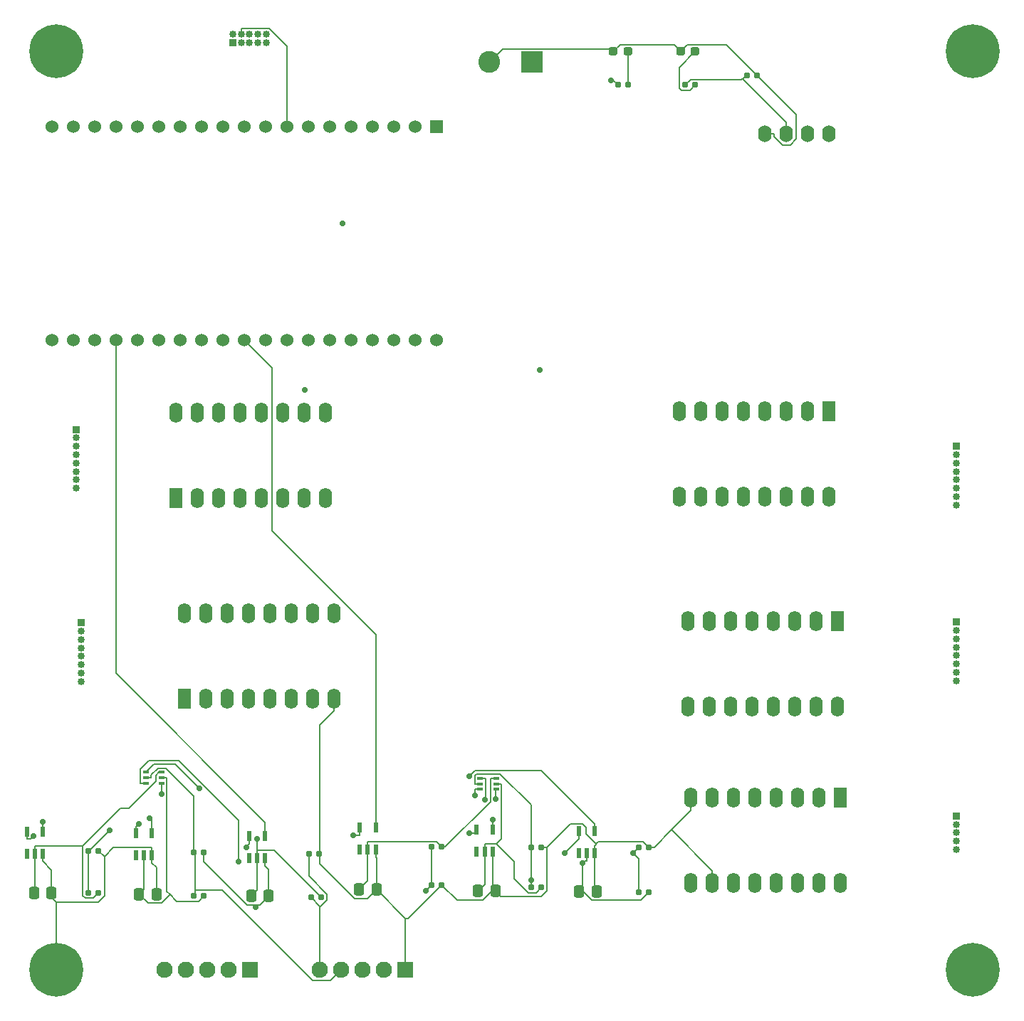
<source format=gbr>
%TF.GenerationSoftware,KiCad,Pcbnew,7.0.10*%
%TF.CreationDate,2024-02-03T22:52:17+05:30*%
%TF.ProjectId,ControlUnit,436f6e74-726f-46c5-956e-69742e6b6963,rev?*%
%TF.SameCoordinates,Original*%
%TF.FileFunction,Copper,L1,Top*%
%TF.FilePolarity,Positive*%
%FSLAX46Y46*%
G04 Gerber Fmt 4.6, Leading zero omitted, Abs format (unit mm)*
G04 Created by KiCad (PCBNEW 7.0.10) date 2024-02-03 22:52:17*
%MOMM*%
%LPD*%
G01*
G04 APERTURE LIST*
G04 Aperture macros list*
%AMRoundRect*
0 Rectangle with rounded corners*
0 $1 Rounding radius*
0 $2 $3 $4 $5 $6 $7 $8 $9 X,Y pos of 4 corners*
0 Add a 4 corners polygon primitive as box body*
4,1,4,$2,$3,$4,$5,$6,$7,$8,$9,$2,$3,0*
0 Add four circle primitives for the rounded corners*
1,1,$1+$1,$2,$3*
1,1,$1+$1,$4,$5*
1,1,$1+$1,$6,$7*
1,1,$1+$1,$8,$9*
0 Add four rect primitives between the rounded corners*
20,1,$1+$1,$2,$3,$4,$5,0*
20,1,$1+$1,$4,$5,$6,$7,0*
20,1,$1+$1,$6,$7,$8,$9,0*
20,1,$1+$1,$8,$9,$2,$3,0*%
G04 Aperture macros list end*
%TA.AperFunction,ComponentPad*%
%ADD10R,1.600000X2.400000*%
%TD*%
%TA.AperFunction,ComponentPad*%
%ADD11O,1.600000X2.400000*%
%TD*%
%TA.AperFunction,ComponentPad*%
%ADD12C,1.930400*%
%TD*%
%TA.AperFunction,ComponentPad*%
%ADD13R,1.930400X1.930400*%
%TD*%
%TA.AperFunction,SMDPad,CuDef*%
%ADD14RoundRect,0.160000X-0.197500X-0.160000X0.197500X-0.160000X0.197500X0.160000X-0.197500X0.160000X0*%
%TD*%
%TA.AperFunction,SMDPad,CuDef*%
%ADD15RoundRect,0.250000X-0.337500X-0.475000X0.337500X-0.475000X0.337500X0.475000X-0.337500X0.475000X0*%
%TD*%
%TA.AperFunction,ComponentPad*%
%ADD16R,1.530000X1.530000*%
%TD*%
%TA.AperFunction,ComponentPad*%
%ADD17C,1.530000*%
%TD*%
%TA.AperFunction,ComponentPad*%
%ADD18R,0.850000X0.850000*%
%TD*%
%TA.AperFunction,ComponentPad*%
%ADD19O,0.850000X0.850000*%
%TD*%
%TA.AperFunction,SMDPad,CuDef*%
%ADD20RoundRect,0.237500X-0.287500X-0.237500X0.287500X-0.237500X0.287500X0.237500X-0.287500X0.237500X0*%
%TD*%
%TA.AperFunction,SMDPad,CuDef*%
%ADD21R,0.550000X1.200000*%
%TD*%
%TA.AperFunction,SMDPad,CuDef*%
%ADD22R,0.650000X0.400000*%
%TD*%
%TA.AperFunction,ComponentPad*%
%ADD23C,0.800000*%
%TD*%
%TA.AperFunction,ComponentPad*%
%ADD24C,6.400000*%
%TD*%
%TA.AperFunction,ComponentPad*%
%ADD25O,1.600000X2.000000*%
%TD*%
%TA.AperFunction,SMDPad,CuDef*%
%ADD26RoundRect,0.155000X-0.212500X-0.155000X0.212500X-0.155000X0.212500X0.155000X-0.212500X0.155000X0*%
%TD*%
%TA.AperFunction,ComponentPad*%
%ADD27R,2.600000X2.600000*%
%TD*%
%TA.AperFunction,ComponentPad*%
%ADD28C,2.600000*%
%TD*%
%TA.AperFunction,ViaPad*%
%ADD29C,0.700000*%
%TD*%
%TA.AperFunction,Conductor*%
%ADD30C,0.200000*%
%TD*%
G04 APERTURE END LIST*
D10*
%TO.P,U6,1,QB*%
%TO.N,Net-(J3-Pin_2)*%
X179240000Y-133840000D03*
D11*
%TO.P,U6,2,QC*%
%TO.N,Net-(J3-Pin_3)*%
X176700000Y-133840000D03*
%TO.P,U6,3,QD*%
%TO.N,Net-(J3-Pin_4)*%
X174160000Y-133840000D03*
%TO.P,U6,4,QE*%
%TO.N,Net-(J3-Pin_5)*%
X171620000Y-133840000D03*
%TO.P,U6,5,QF*%
%TO.N,unconnected-(U6-QF-Pad5)*%
X169080000Y-133840000D03*
%TO.P,U6,6,QG*%
%TO.N,unconnected-(U6-QG-Pad6)*%
X166540000Y-133840000D03*
%TO.P,U6,7,QH*%
%TO.N,unconnected-(U6-QH-Pad7)*%
X164000000Y-133840000D03*
%TO.P,U6,8,GND*%
%TO.N,GND*%
X161460000Y-133840000D03*
%TO.P,U6,9,QH'*%
%TO.N,unconnected-(U6-QH'-Pad9)*%
X161460000Y-144000000D03*
%TO.P,U6,10,~{SRCLR}*%
%TO.N,GND*%
X164000000Y-144000000D03*
%TO.P,U6,11,SRCLK*%
%TO.N,/CLATCH_PIN*%
X166540000Y-144000000D03*
%TO.P,U6,12,RCLK*%
%TO.N,/CCLOCK_PIN*%
X169080000Y-144000000D03*
%TO.P,U6,13,~{OE}*%
%TO.N,GND*%
X171620000Y-144000000D03*
%TO.P,U6,14,SER*%
%TO.N,/CD_PIN*%
X174160000Y-144000000D03*
%TO.P,U6,15,QA*%
%TO.N,Net-(J3-Pin_1)*%
X176700000Y-144000000D03*
%TO.P,U6,16,VCC*%
%TO.N,+5V*%
X179240000Y-144000000D03*
%TD*%
D12*
%TO.P,U5,CLK,CLK*%
%TO.N,Net-(D3C-A)*%
X98920000Y-154302900D03*
%TO.P,U5,DT,DT*%
%TO.N,Net-(D3B-A)*%
X101460000Y-154302900D03*
D13*
%TO.P,U5,GND,GND*%
%TO.N,GND*%
X109080000Y-154302900D03*
D12*
%TO.P,U5,SW,SW*%
%TO.N,Net-(D3A-A)*%
X104000000Y-154302900D03*
%TO.P,U5,VCC,VCC*%
%TO.N,+5V*%
X106540000Y-154302900D03*
%TD*%
D14*
%TO.P,R6,1*%
%TO.N,+3.3V*%
X160805000Y-49000000D03*
%TO.P,R6,2*%
%TO.N,Net-(D1-A)*%
X162000000Y-49000000D03*
%TD*%
D15*
%TO.P,C18,1*%
%TO.N,Net-(D2B-K)*%
X95875000Y-145310000D03*
%TO.P,C18,2*%
%TO.N,GND*%
X97950000Y-145310000D03*
%TD*%
D16*
%TO.P,U1,1,3V3*%
%TO.N,+3.3V*%
X131200000Y-54000000D03*
D17*
%TO.P,U1,2,EN*%
%TO.N,unconnected-(U1-EN-Pad2)*%
X128660000Y-54000000D03*
%TO.P,U1,3,SENSOR_VP*%
%TO.N,unconnected-(U1-SENSOR_VP-Pad3)*%
X126120000Y-54000000D03*
%TO.P,U1,4,SENSOR_VN*%
%TO.N,unconnected-(U1-SENSOR_VN-Pad4)*%
X123580000Y-54000000D03*
%TO.P,U1,5,IO34*%
%TO.N,/GPIO34*%
X121040000Y-54000000D03*
%TO.P,U1,6,IO35*%
%TO.N,/GPIO35*%
X118500000Y-54000000D03*
%TO.P,U1,7,IO32*%
%TO.N,/CD_PIN*%
X115960000Y-54000000D03*
%TO.P,U1,8,IO33*%
%TO.N,/GPIO33*%
X113420000Y-54000000D03*
%TO.P,U1,9,IO25*%
%TO.N,/DATA_A*%
X110880000Y-54000000D03*
%TO.P,U1,10,IO26*%
%TO.N,/LATCH_PIN*%
X108340000Y-54000000D03*
%TO.P,U1,11,IO27*%
%TO.N,/CLOCK_PIN*%
X105800000Y-54000000D03*
%TO.P,U1,12,IO14*%
%TO.N,/CLATCH_PIN*%
X103260000Y-54000000D03*
%TO.P,U1,13,IO12*%
%TO.N,/DATA_B*%
X100720000Y-54000000D03*
%TO.P,U1,14,GND1*%
%TO.N,unconnected-(U1-GND1-Pad14)*%
X98180000Y-54000000D03*
%TO.P,U1,15,IO13*%
%TO.N,/LED_BUILT_IN*%
X95640000Y-54000000D03*
%TO.P,U1,16,SD2*%
%TO.N,unconnected-(U1-SD2-Pad16)*%
X93100000Y-54000000D03*
%TO.P,U1,17,SD3*%
%TO.N,unconnected-(U1-SD3-Pad17)*%
X90560000Y-54000000D03*
%TO.P,U1,18,CMD*%
%TO.N,unconnected-(U1-CMD-Pad18)*%
X88020000Y-54000000D03*
%TO.P,U1,19,EXT_5V*%
%TO.N,+5V*%
X85480000Y-54000000D03*
%TO.P,U1,20,CLK*%
%TO.N,unconnected-(U1-CLK-Pad20)*%
X85480000Y-79400000D03*
%TO.P,U1,21,SD0*%
%TO.N,unconnected-(U1-SD0-Pad21)*%
X88020000Y-79400000D03*
%TO.P,U1,22,SD1*%
%TO.N,unconnected-(U1-SD1-Pad22)*%
X90560000Y-79400000D03*
%TO.P,U1,23,IO15*%
%TO.N,/OUTPUTA*%
X93100000Y-79400000D03*
%TO.P,U1,24,IO2*%
%TO.N,/OUTPUTB*%
X95640000Y-79400000D03*
%TO.P,U1,25,IO0*%
%TO.N,/SELECT_SW*%
X98180000Y-79400000D03*
%TO.P,U1,26,IO4*%
%TO.N,/CCLOCK_PIN*%
X100720000Y-79400000D03*
%TO.P,U1,27,IO16*%
%TO.N,/CLK*%
X103260000Y-79400000D03*
%TO.P,U1,28,IO17*%
%TO.N,/DT*%
X105800000Y-79400000D03*
%TO.P,U1,29,IO5*%
%TO.N,/SW*%
X108340000Y-79400000D03*
%TO.P,U1,30,IO18*%
%TO.N,/GPIO18*%
X110880000Y-79400000D03*
%TO.P,U1,31,IO19*%
%TO.N,/GPIO19*%
X113420000Y-79400000D03*
%TO.P,U1,32,GND2*%
%TO.N,unconnected-(U1-GND2-Pad32)*%
X115960000Y-79400000D03*
%TO.P,U1,33,IO21*%
%TO.N,/SDA*%
X118500000Y-79400000D03*
%TO.P,U1,34,RXD0*%
%TO.N,unconnected-(U1-RXD0-Pad34)*%
X121040000Y-79400000D03*
%TO.P,U1,35,TXD0*%
%TO.N,unconnected-(U1-TXD0-Pad35)*%
X123580000Y-79400000D03*
%TO.P,U1,36,IO22*%
%TO.N,/SCK*%
X126120000Y-79400000D03*
%TO.P,U1,37,IO23*%
%TO.N,/GPIO23*%
X128660000Y-79400000D03*
%TO.P,U1,38,GND3*%
%TO.N,GND*%
X131200000Y-79400000D03*
%TD*%
D18*
%TO.P,J7,1,Pin_1*%
%TO.N,Net-(J7-Pin_1)*%
X193000000Y-92000000D03*
D19*
%TO.P,J7,2,Pin_2*%
%TO.N,Net-(J7-Pin_2)*%
X193000000Y-93000000D03*
%TO.P,J7,3,Pin_3*%
%TO.N,Net-(J7-Pin_3)*%
X193000000Y-94000000D03*
%TO.P,J7,4,Pin_4*%
%TO.N,Net-(J7-Pin_4)*%
X193000000Y-95000000D03*
%TO.P,J7,5,Pin_5*%
%TO.N,Net-(J7-Pin_5)*%
X193000000Y-96000000D03*
%TO.P,J7,6,Pin_6*%
%TO.N,Net-(J7-Pin_6)*%
X193000000Y-97000000D03*
%TO.P,J7,7,Pin_7*%
%TO.N,Net-(J7-Pin_7)*%
X193000000Y-98000000D03*
%TO.P,J7,8,Pin_8*%
%TO.N,Net-(J7-Pin_8)*%
X193000000Y-99000000D03*
%TD*%
D18*
%TO.P,J8,1,Pin_1*%
%TO.N,Net-(J8-Pin_1)*%
X89000000Y-113000000D03*
D19*
%TO.P,J8,2,Pin_2*%
%TO.N,Net-(J8-Pin_2)*%
X89000000Y-114000000D03*
%TO.P,J8,3,Pin_3*%
%TO.N,Net-(J8-Pin_3)*%
X89000000Y-115000000D03*
%TO.P,J8,4,Pin_4*%
%TO.N,Net-(J8-Pin_4)*%
X89000000Y-116000000D03*
%TO.P,J8,5,Pin_5*%
%TO.N,Net-(J8-Pin_5)*%
X89000000Y-117000000D03*
%TO.P,J8,6,Pin_6*%
%TO.N,Net-(J8-Pin_6)*%
X89000000Y-118000000D03*
%TO.P,J8,7,Pin_7*%
%TO.N,Net-(J8-Pin_7)*%
X89000000Y-119000000D03*
%TO.P,J8,8,Pin_8*%
%TO.N,Net-(J8-Pin_8)*%
X89000000Y-120000000D03*
%TD*%
D18*
%TO.P,J9,1,Pin_1*%
%TO.N,Net-(J9-Pin_1)*%
X88350000Y-90000000D03*
D19*
%TO.P,J9,2,Pin_2*%
%TO.N,Net-(J9-Pin_2)*%
X88350000Y-91000000D03*
%TO.P,J9,3,Pin_3*%
%TO.N,Net-(J9-Pin_3)*%
X88350000Y-92000000D03*
%TO.P,J9,4,Pin_4*%
%TO.N,Net-(J9-Pin_4)*%
X88350000Y-93000000D03*
%TO.P,J9,5,Pin_5*%
%TO.N,Net-(J9-Pin_5)*%
X88350000Y-94000000D03*
%TO.P,J9,6,Pin_6*%
%TO.N,Net-(J9-Pin_6)*%
X88350000Y-95000000D03*
%TO.P,J9,7,Pin_7*%
%TO.N,Net-(J9-Pin_7)*%
X88350000Y-96000000D03*
%TO.P,J9,8,Pin_8*%
%TO.N,Net-(J9-Pin_8)*%
X88350000Y-97000000D03*
%TD*%
D20*
%TO.P,D4,1,K*%
%TO.N,GND*%
X152250000Y-45000000D03*
%TO.P,D4,2,A*%
%TO.N,Net-(D4-A)*%
X154000000Y-45000000D03*
%TD*%
D15*
%TO.P,C15,1*%
%TO.N,Net-(D2A-K)*%
X83375000Y-145160000D03*
%TO.P,C15,2*%
%TO.N,GND*%
X85450000Y-145160000D03*
%TD*%
%TO.P,C19,1*%
%TO.N,Net-(D2C-K)*%
X109211000Y-145504900D03*
%TO.P,C19,2*%
%TO.N,GND*%
X111286000Y-145504900D03*
%TD*%
D14*
%TO.P,R14,1*%
%TO.N,Net-(D3A-A)*%
X130657500Y-139680000D03*
%TO.P,R14,2*%
%TO.N,Net-(D3A-K)*%
X131852500Y-139680000D03*
%TD*%
D21*
%TO.P,U13,1,NC*%
%TO.N,unconnected-(U13-NC-Pad1)*%
X122102500Y-139980100D03*
%TO.P,U13,2*%
%TO.N,Net-(D3A-K)*%
X123052500Y-139980100D03*
%TO.P,U13,3,GND*%
%TO.N,GND*%
X124002500Y-139980100D03*
%TO.P,U13,4*%
%TO.N,/SW*%
X124002500Y-137379900D03*
%TO.P,U13,5,VCC*%
%TO.N,+5V*%
X122102500Y-137379900D03*
%TD*%
D14*
%TO.P,R12,1*%
%TO.N,Net-(D3B-A)*%
X142452500Y-139700000D03*
%TO.P,R12,2*%
%TO.N,GND*%
X143647500Y-139700000D03*
%TD*%
%TO.P,R8,1*%
%TO.N,Net-(D2A-A)*%
X89852500Y-140160000D03*
%TO.P,R8,2*%
%TO.N,GND*%
X91047500Y-140160000D03*
%TD*%
D22*
%TO.P,D3,1,A*%
%TO.N,Net-(D3A-A)*%
X136427500Y-131530000D03*
%TO.P,D3,2,A*%
%TO.N,Net-(D3B-A)*%
X136427500Y-132180000D03*
%TO.P,D3,3,A*%
%TO.N,Net-(D3C-A)*%
X136427500Y-132830000D03*
%TO.P,D3,4,K*%
%TO.N,Net-(D3C-K)*%
X138327500Y-132830000D03*
%TO.P,D3,5,K*%
%TO.N,Net-(D3B-K)*%
X138327500Y-132180000D03*
%TO.P,D3,6,K*%
%TO.N,Net-(D3A-K)*%
X138327500Y-131530000D03*
%TD*%
D14*
%TO.P,R10,1*%
%TO.N,Net-(D3A-A)*%
X130651600Y-144195000D03*
%TO.P,R10,2*%
%TO.N,GND*%
X131846600Y-144195000D03*
%TD*%
D18*
%TO.P,J10,1,Pin_1*%
%TO.N,Net-(J10-Pin_1)*%
X193000000Y-112915000D03*
D19*
%TO.P,J10,2,Pin_2*%
%TO.N,Net-(J10-Pin_2)*%
X193000000Y-113915000D03*
%TO.P,J10,3,Pin_3*%
%TO.N,Net-(J10-Pin_3)*%
X193000000Y-114915000D03*
%TO.P,J10,4,Pin_4*%
%TO.N,Net-(J10-Pin_4)*%
X193000000Y-115915000D03*
%TO.P,J10,5,Pin_5*%
%TO.N,Net-(J10-Pin_5)*%
X193000000Y-116915000D03*
%TO.P,J10,6,Pin_6*%
%TO.N,Net-(J10-Pin_6)*%
X193000000Y-117915000D03*
%TO.P,J10,7,Pin_7*%
%TO.N,Net-(J10-Pin_7)*%
X193000000Y-118915000D03*
%TO.P,J10,8,Pin_8*%
%TO.N,Net-(J10-Pin_8)*%
X193000000Y-119915000D03*
%TD*%
D14*
%TO.P,R15,1*%
%TO.N,Net-(D2B-A)*%
X102355000Y-140310000D03*
%TO.P,R15,2*%
%TO.N,GND*%
X103550000Y-140310000D03*
%TD*%
%TO.P,R1,1*%
%TO.N,/LED_BUILT_IN*%
X152805000Y-49000000D03*
%TO.P,R1,2*%
%TO.N,Net-(D4-A)*%
X154000000Y-49000000D03*
%TD*%
%TO.P,R20,1*%
%TO.N,Net-(D3C-A)*%
X155255000Y-145080000D03*
%TO.P,R20,2*%
%TO.N,Net-(D3C-K)*%
X156450000Y-145080000D03*
%TD*%
D23*
%TO.P,H4,1,1*%
%TO.N,GND*%
X83600000Y-154302900D03*
X84302944Y-152605844D03*
X84302944Y-155999956D03*
X86000000Y-151902900D03*
D24*
X86000000Y-154302900D03*
D23*
X86000000Y-156702900D03*
X87697056Y-152605844D03*
X87697056Y-155999956D03*
X88400000Y-154302900D03*
%TD*%
D10*
%TO.P,U10,1,QB*%
%TO.N,Net-(J10-Pin_2)*%
X178875000Y-112840000D03*
D11*
%TO.P,U10,2,QC*%
%TO.N,Net-(J10-Pin_3)*%
X176335000Y-112840000D03*
%TO.P,U10,3,QD*%
%TO.N,Net-(J10-Pin_4)*%
X173795000Y-112840000D03*
%TO.P,U10,4,QE*%
%TO.N,Net-(J10-Pin_5)*%
X171255000Y-112840000D03*
%TO.P,U10,5,QF*%
%TO.N,Net-(J10-Pin_6)*%
X168715000Y-112840000D03*
%TO.P,U10,6,QG*%
%TO.N,Net-(J10-Pin_7)*%
X166175000Y-112840000D03*
%TO.P,U10,7,QH*%
%TO.N,Net-(J10-Pin_8)*%
X163635000Y-112840000D03*
%TO.P,U10,8,GND*%
%TO.N,GND*%
X161095000Y-112840000D03*
%TO.P,U10,9,QH'*%
%TO.N,unconnected-(U10-QH'-Pad9)*%
X161095000Y-123000000D03*
%TO.P,U10,10,~{SRCLR}*%
%TO.N,GND*%
X163635000Y-123000000D03*
%TO.P,U10,11,SRCLK*%
%TO.N,/CLATCH_PIN*%
X166175000Y-123000000D03*
%TO.P,U10,12,RCLK*%
%TO.N,/CCLOCK_PIN*%
X168715000Y-123000000D03*
%TO.P,U10,13,~{OE}*%
%TO.N,GND*%
X171255000Y-123000000D03*
%TO.P,U10,14,SER*%
%TO.N,Net-(U10-SER)*%
X173795000Y-123000000D03*
%TO.P,U10,15,QA*%
%TO.N,Net-(J10-Pin_1)*%
X176335000Y-123000000D03*
%TO.P,U10,16,VCC*%
%TO.N,+5V*%
X178875000Y-123000000D03*
%TD*%
D23*
%TO.P,H1,1,1*%
%TO.N,GND*%
X83600000Y-45000000D03*
X84302944Y-43302944D03*
X84302944Y-46697056D03*
X86000000Y-42600000D03*
D24*
X86000000Y-45000000D03*
D23*
X86000000Y-47400000D03*
X87697056Y-43302944D03*
X87697056Y-46697056D03*
X88400000Y-45000000D03*
%TD*%
D25*
%TO.P,Brd1,1,GND*%
%TO.N,GND*%
X170280000Y-54800000D03*
%TO.P,Brd1,2,VCC*%
%TO.N,+3.3V*%
X172820000Y-54800000D03*
%TO.P,Brd1,3,SCL*%
%TO.N,/SCK*%
X175360000Y-54800000D03*
%TO.P,Brd1,4,SDA*%
%TO.N,/SDA*%
X177900000Y-54800000D03*
%TD*%
D18*
%TO.P,J4,1,Pin_1*%
%TO.N,+5V*%
X107000000Y-44000000D03*
D19*
%TO.P,J4,2,Pin_2*%
X107000000Y-43000000D03*
%TO.P,J4,3,Pin_3*%
%TO.N,/GPIO18*%
X108000000Y-44000000D03*
%TO.P,J4,4,Pin_4*%
%TO.N,/GPIO33*%
X108000000Y-43000000D03*
%TO.P,J4,5,Pin_5*%
%TO.N,/GPIO19*%
X109000000Y-44000000D03*
%TO.P,J4,6,Pin_6*%
%TO.N,/GPIO34*%
X109000000Y-43000000D03*
%TO.P,J4,7,Pin_7*%
%TO.N,/GPIO23*%
X110000000Y-44000000D03*
%TO.P,J4,8,Pin_8*%
%TO.N,/GPIO35*%
X110000000Y-43000000D03*
%TO.P,J4,9,Pin_9*%
%TO.N,GND*%
X111000000Y-44000000D03*
%TO.P,J4,10,Pin_10*%
X111000000Y-43000000D03*
%TD*%
D21*
%TO.P,U11,1,NC*%
%TO.N,unconnected-(U11-NC-Pad1)*%
X95500000Y-140660100D03*
%TO.P,U11,2*%
%TO.N,Net-(D2B-K)*%
X96450000Y-140660100D03*
%TO.P,U11,3,GND*%
%TO.N,GND*%
X97400000Y-140660100D03*
%TO.P,U11,4*%
%TO.N,/OUTPUTB*%
X97400000Y-138059900D03*
%TO.P,U11,5,VCC*%
%TO.N,+5V*%
X95500000Y-138059900D03*
%TD*%
D23*
%TO.P,H3,1,1*%
%TO.N,GND*%
X192600000Y-154302900D03*
X193302944Y-152605844D03*
X193302944Y-155999956D03*
X195000000Y-151902900D03*
D24*
X195000000Y-154302900D03*
D23*
X195000000Y-156702900D03*
X196697056Y-152605844D03*
X196697056Y-155999956D03*
X197400000Y-154302900D03*
%TD*%
%TO.P,H2,1,1*%
%TO.N,GND*%
X192600000Y-45000000D03*
X193302944Y-43302944D03*
X193302944Y-46697056D03*
X195000000Y-42600000D03*
D24*
X195000000Y-45000000D03*
D23*
X195000000Y-47400000D03*
X196697056Y-43302944D03*
X196697056Y-46697056D03*
X197400000Y-45000000D03*
%TD*%
D10*
%TO.P,U8,1,QB*%
%TO.N,Net-(J8-Pin_2)*%
X101220000Y-122000000D03*
D11*
%TO.P,U8,2,QC*%
%TO.N,Net-(J8-Pin_3)*%
X103760000Y-122000000D03*
%TO.P,U8,3,QD*%
%TO.N,Net-(J8-Pin_4)*%
X106300000Y-122000000D03*
%TO.P,U8,4,QE*%
%TO.N,Net-(J8-Pin_5)*%
X108840000Y-122000000D03*
%TO.P,U8,5,QF*%
%TO.N,Net-(J8-Pin_6)*%
X111380000Y-122000000D03*
%TO.P,U8,6,QG*%
%TO.N,Net-(J8-Pin_7)*%
X113920000Y-122000000D03*
%TO.P,U8,7,QH*%
%TO.N,Net-(J8-Pin_8)*%
X116460000Y-122000000D03*
%TO.P,U8,8,GND*%
%TO.N,GND*%
X119000000Y-122000000D03*
%TO.P,U8,9,QH'*%
%TO.N,unconnected-(U8-QH'-Pad9)*%
X119000000Y-111840000D03*
%TO.P,U8,10,~{SRCLR}*%
%TO.N,GND*%
X116460000Y-111840000D03*
%TO.P,U8,11,SRCLK*%
%TO.N,/LATCH_PIN*%
X113920000Y-111840000D03*
%TO.P,U8,12,RCLK*%
%TO.N,/CLOCK_PIN*%
X111380000Y-111840000D03*
%TO.P,U8,13,~{OE}*%
%TO.N,GND*%
X108840000Y-111840000D03*
%TO.P,U8,14,SER*%
%TO.N,Net-(U7-QH')*%
X106300000Y-111840000D03*
%TO.P,U8,15,QA*%
%TO.N,Net-(J8-Pin_1)*%
X103760000Y-111840000D03*
%TO.P,U8,16,VCC*%
%TO.N,+5V*%
X101220000Y-111840000D03*
%TD*%
D10*
%TO.P,U9,1,QB*%
%TO.N,Net-(J7-Pin_2)*%
X177875000Y-87840000D03*
D11*
%TO.P,U9,2,QC*%
%TO.N,Net-(J7-Pin_3)*%
X175335000Y-87840000D03*
%TO.P,U9,3,QD*%
%TO.N,Net-(J7-Pin_4)*%
X172795000Y-87840000D03*
%TO.P,U9,4,QE*%
%TO.N,Net-(J7-Pin_5)*%
X170255000Y-87840000D03*
%TO.P,U9,5,QF*%
%TO.N,Net-(J7-Pin_6)*%
X167715000Y-87840000D03*
%TO.P,U9,6,QG*%
%TO.N,Net-(J7-Pin_7)*%
X165175000Y-87840000D03*
%TO.P,U9,7,QH*%
%TO.N,Net-(J7-Pin_8)*%
X162635000Y-87840000D03*
%TO.P,U9,8,GND*%
%TO.N,GND*%
X160095000Y-87840000D03*
%TO.P,U9,9,QH'*%
%TO.N,Net-(U10-SER)*%
X160095000Y-98000000D03*
%TO.P,U9,10,~{SRCLR}*%
%TO.N,GND*%
X162635000Y-98000000D03*
%TO.P,U9,11,SRCLK*%
%TO.N,/CLATCH_PIN*%
X165175000Y-98000000D03*
%TO.P,U9,12,RCLK*%
%TO.N,/CCLOCK_PIN*%
X167715000Y-98000000D03*
%TO.P,U9,13,~{OE}*%
%TO.N,GND*%
X170255000Y-98000000D03*
%TO.P,U9,14,SER*%
%TO.N,/DATA_B*%
X172795000Y-98000000D03*
%TO.P,U9,15,QA*%
%TO.N,Net-(J7-Pin_1)*%
X175335000Y-98000000D03*
%TO.P,U9,16,VCC*%
%TO.N,+5V*%
X177875000Y-98000000D03*
%TD*%
D15*
%TO.P,C16,1*%
%TO.N,Net-(D3A-K)*%
X122027500Y-144730000D03*
%TO.P,C16,2*%
%TO.N,GND*%
X124102500Y-144730000D03*
%TD*%
%TO.P,C17,1*%
%TO.N,Net-(D3B-K)*%
X136177500Y-144930000D03*
%TO.P,C17,2*%
%TO.N,GND*%
X138252500Y-144930000D03*
%TD*%
D26*
%TO.P,C11,1*%
%TO.N,+3.3V*%
X168150000Y-47850000D03*
%TO.P,C11,2*%
%TO.N,GND*%
X169285000Y-47850000D03*
%TD*%
D14*
%TO.P,R18,1*%
%TO.N,Net-(D2C-A)*%
X116300000Y-145650000D03*
%TO.P,R18,2*%
%TO.N,Net-(D2C-K)*%
X117495000Y-145650000D03*
%TD*%
%TO.P,R19,1*%
%TO.N,Net-(D3B-A)*%
X142507500Y-144480000D03*
%TO.P,R19,2*%
%TO.N,Net-(D3B-K)*%
X143702500Y-144480000D03*
%TD*%
D10*
%TO.P,U7,1,QB*%
%TO.N,Net-(J9-Pin_2)*%
X100220000Y-98160000D03*
D11*
%TO.P,U7,2,QC*%
%TO.N,Net-(J9-Pin_3)*%
X102760000Y-98160000D03*
%TO.P,U7,3,QD*%
%TO.N,Net-(J9-Pin_4)*%
X105300000Y-98160000D03*
%TO.P,U7,4,QE*%
%TO.N,Net-(J9-Pin_5)*%
X107840000Y-98160000D03*
%TO.P,U7,5,QF*%
%TO.N,Net-(J9-Pin_6)*%
X110380000Y-98160000D03*
%TO.P,U7,6,QG*%
%TO.N,Net-(J9-Pin_7)*%
X112920000Y-98160000D03*
%TO.P,U7,7,QH*%
%TO.N,Net-(J9-Pin_8)*%
X115460000Y-98160000D03*
%TO.P,U7,8,GND*%
%TO.N,GND*%
X118000000Y-98160000D03*
%TO.P,U7,9,QH'*%
%TO.N,Net-(U7-QH')*%
X118000000Y-88000000D03*
%TO.P,U7,10,~{SRCLR}*%
%TO.N,GND*%
X115460000Y-88000000D03*
%TO.P,U7,11,SRCLK*%
%TO.N,/LATCH_PIN*%
X112920000Y-88000000D03*
%TO.P,U7,12,RCLK*%
%TO.N,/CLOCK_PIN*%
X110380000Y-88000000D03*
%TO.P,U7,13,~{OE}*%
%TO.N,GND*%
X107840000Y-88000000D03*
%TO.P,U7,14,SER*%
%TO.N,/DATA_A*%
X105300000Y-88000000D03*
%TO.P,U7,15,QA*%
%TO.N,Net-(J9-Pin_1)*%
X102760000Y-88000000D03*
%TO.P,U7,16,VCC*%
%TO.N,+5V*%
X100220000Y-88000000D03*
%TD*%
D21*
%TO.P,U15,1,NC*%
%TO.N,unconnected-(U15-NC-Pad1)*%
X148152500Y-140430100D03*
%TO.P,U15,2*%
%TO.N,Net-(D3C-K)*%
X149102500Y-140430100D03*
%TO.P,U15,3,GND*%
%TO.N,GND*%
X150052500Y-140430100D03*
%TO.P,U15,4*%
%TO.N,/CLK*%
X150052500Y-137829900D03*
%TO.P,U15,5,VCC*%
%TO.N,+5V*%
X148152500Y-137829900D03*
%TD*%
D15*
%TO.P,C20,1*%
%TO.N,Net-(D3C-K)*%
X148177500Y-144980000D03*
%TO.P,C20,2*%
%TO.N,GND*%
X150252500Y-144980000D03*
%TD*%
D18*
%TO.P,J3,1,Pin_1*%
%TO.N,Net-(J3-Pin_1)*%
X193000000Y-136000000D03*
D19*
%TO.P,J3,2,Pin_2*%
%TO.N,Net-(J3-Pin_2)*%
X193000000Y-137000000D03*
%TO.P,J3,3,Pin_3*%
%TO.N,Net-(J3-Pin_3)*%
X193000000Y-138000000D03*
%TO.P,J3,4,Pin_4*%
%TO.N,Net-(J3-Pin_4)*%
X193000000Y-139000000D03*
%TO.P,J3,5,Pin_5*%
%TO.N,Net-(J3-Pin_5)*%
X193000000Y-140000000D03*
%TD*%
D12*
%TO.P,U17,CLK,CLK*%
%TO.N,Net-(D2C-A)*%
X117380000Y-154302900D03*
%TO.P,U17,DT,DT*%
%TO.N,Net-(D2B-A)*%
X119920000Y-154302900D03*
D13*
%TO.P,U17,GND,GND*%
%TO.N,GND*%
X127540000Y-154302900D03*
D12*
%TO.P,U17,SW,SW*%
%TO.N,Net-(D2A-A)*%
X122460000Y-154302900D03*
%TO.P,U17,VCC,VCC*%
%TO.N,+5V*%
X125000000Y-154302900D03*
%TD*%
D21*
%TO.P,U14,1,NC*%
%TO.N,unconnected-(U14-NC-Pad1)*%
X136002500Y-140230100D03*
%TO.P,U14,2*%
%TO.N,Net-(D3B-K)*%
X136952500Y-140230100D03*
%TO.P,U14,3,GND*%
%TO.N,GND*%
X137902500Y-140230100D03*
%TO.P,U14,4*%
%TO.N,/DT*%
X137902500Y-137629900D03*
%TO.P,U14,5,VCC*%
%TO.N,+5V*%
X136002500Y-137629900D03*
%TD*%
%TO.P,U4,1,NC*%
%TO.N,unconnected-(U4-NC-Pad1)*%
X82500000Y-140460100D03*
%TO.P,U4,2*%
%TO.N,Net-(D2A-K)*%
X83450000Y-140460100D03*
%TO.P,U4,3,GND*%
%TO.N,GND*%
X84400000Y-140460100D03*
%TO.P,U4,4*%
%TO.N,/SELECT_SW*%
X84400000Y-137859900D03*
%TO.P,U4,5,VCC*%
%TO.N,+5V*%
X82500000Y-137859900D03*
%TD*%
D20*
%TO.P,D1,1,K*%
%TO.N,GND*%
X160250000Y-45000000D03*
%TO.P,D1,2,A*%
%TO.N,Net-(D1-A)*%
X162000000Y-45000000D03*
%TD*%
D14*
%TO.P,R9,1*%
%TO.N,Net-(D2A-A)*%
X89852500Y-145150000D03*
%TO.P,R9,2*%
%TO.N,Net-(D2A-K)*%
X91047500Y-145150000D03*
%TD*%
%TO.P,R13,1*%
%TO.N,Net-(D3C-A)*%
X155252500Y-139700000D03*
%TO.P,R13,2*%
%TO.N,GND*%
X156447500Y-139700000D03*
%TD*%
%TO.P,R16,1*%
%TO.N,Net-(D2B-A)*%
X102355000Y-145500000D03*
%TO.P,R16,2*%
%TO.N,Net-(D2B-K)*%
X103550000Y-145500000D03*
%TD*%
%TO.P,R17,1*%
%TO.N,Net-(D2C-A)*%
X116055000Y-140460000D03*
%TO.P,R17,2*%
%TO.N,GND*%
X117250000Y-140460000D03*
%TD*%
D22*
%TO.P,D2,1,A*%
%TO.N,Net-(D2A-A)*%
X96650000Y-130800000D03*
%TO.P,D2,2,A*%
%TO.N,Net-(D2B-A)*%
X96650000Y-131450000D03*
%TO.P,D2,3,A*%
%TO.N,Net-(D2C-A)*%
X96650000Y-132100000D03*
%TO.P,D2,4,K*%
%TO.N,Net-(D2C-K)*%
X98550000Y-132100000D03*
%TO.P,D2,5,K*%
%TO.N,Net-(D2B-K)*%
X98550000Y-131450000D03*
%TO.P,D2,6,K*%
%TO.N,Net-(D2A-K)*%
X98550000Y-130800000D03*
%TD*%
D21*
%TO.P,U12,1,NC*%
%TO.N,unconnected-(U12-NC-Pad1)*%
X108950000Y-141010100D03*
%TO.P,U12,2*%
%TO.N,Net-(D2C-K)*%
X109900000Y-141010100D03*
%TO.P,U12,3,GND*%
%TO.N,GND*%
X110850000Y-141010100D03*
%TO.P,U12,4*%
%TO.N,/OUTPUTA*%
X110850000Y-138409900D03*
%TO.P,U12,5,VCC*%
%TO.N,+5V*%
X108950000Y-138409900D03*
%TD*%
D27*
%TO.P,J2,1,Pin_1*%
%TO.N,+5V*%
X142545000Y-46305000D03*
D28*
%TO.P,J2,2,Pin_2*%
%TO.N,GND*%
X137465000Y-46305000D03*
%TD*%
D29*
%TO.N,GND*%
X109706800Y-146816500D03*
%TO.N,/DT*%
X137931200Y-136474600D03*
X115529900Y-85272300D03*
%TO.N,/CLK*%
X135135600Y-131272500D03*
%TO.N,/SELECT_SW*%
X84400000Y-136705100D03*
%TO.N,/OUTPUTB*%
X97140800Y-136239500D03*
%TO.N,/CLATCH_PIN*%
X120066700Y-65507000D03*
X143542300Y-82944000D03*
%TO.N,/LED_BUILT_IN*%
X152002300Y-48435000D03*
%TO.N,Net-(D3C-A)*%
X154561900Y-140390600D03*
X135800600Y-133514700D03*
%TO.N,Net-(D3B-A)*%
X142452500Y-143599500D03*
%TO.N,Net-(D3A-A)*%
X129960900Y-144885700D03*
X136963700Y-134051700D03*
%TO.N,Net-(D2C-A)*%
X107679800Y-141397300D03*
%TO.N,Net-(D2A-A)*%
X103020800Y-132748900D03*
X92345700Y-137723700D03*
%TO.N,Net-(D3C-K)*%
X138273200Y-133956000D03*
X148617600Y-141591100D03*
%TO.N,Net-(D2C-K)*%
X98503000Y-133406100D03*
X109926200Y-138726800D03*
%TO.N,+5V*%
X108620300Y-139734300D03*
X95829700Y-136904100D03*
X83335800Y-138377200D03*
X121345500Y-138306100D03*
X135143800Y-138080100D03*
X146484400Y-140399900D03*
%TD*%
D30*
%TO.N,GND*%
X110850000Y-141010100D02*
X110850000Y-141912000D01*
X97400000Y-140660100D02*
X97400000Y-141562000D01*
X97950000Y-142112000D02*
X97950000Y-145310000D01*
X97400000Y-141562000D02*
X97950000Y-142112000D01*
X111286000Y-142348000D02*
X111286000Y-145504900D01*
X110850000Y-141912000D02*
X111286000Y-142348000D01*
X171381900Y-55128300D02*
X171381900Y-54800000D01*
X172407100Y-56153500D02*
X171381900Y-55128300D01*
X173283100Y-56153500D02*
X172407100Y-56153500D01*
X173999800Y-55436800D02*
X173283100Y-56153500D01*
X173999800Y-52564800D02*
X173999800Y-55436800D01*
X169285000Y-47850000D02*
X173999800Y-52564800D01*
X170280000Y-54800000D02*
X171381900Y-54800000D01*
X85450000Y-142412000D02*
X84400000Y-141362000D01*
X85450000Y-145160000D02*
X85450000Y-142412000D01*
X84400000Y-140460100D02*
X84400000Y-141362000D01*
X86000000Y-151902900D02*
X86000000Y-146233300D01*
X85450000Y-145683300D02*
X86000000Y-146233300D01*
X85450000Y-145160000D02*
X85450000Y-145683300D01*
X97400000Y-140660100D02*
X97400000Y-139758200D01*
X92812300Y-139758200D02*
X97400000Y-139758200D01*
X91729000Y-140841500D02*
X92812300Y-139758200D01*
X91729000Y-145525000D02*
X91729000Y-140841500D01*
X91020700Y-146233300D02*
X91729000Y-145525000D01*
X86000000Y-146233300D02*
X91020700Y-146233300D01*
X91729000Y-140841500D02*
X91047500Y-140160000D01*
X127874100Y-148167500D02*
X131846600Y-144195000D01*
X127540000Y-148167500D02*
X127874100Y-148167500D01*
X127540000Y-154302900D02*
X127540000Y-148167500D01*
X150052500Y-144780000D02*
X150052500Y-140430100D01*
X150252500Y-144980000D02*
X150052500Y-144780000D01*
X110211000Y-146579900D02*
X109706800Y-146579900D01*
X111286000Y-145504900D02*
X110211000Y-146579900D01*
X103550000Y-141438200D02*
X103550000Y-140310000D01*
X108691700Y-146579900D02*
X103550000Y-141438200D01*
X109706800Y-146579900D02*
X108691700Y-146579900D01*
X109706800Y-146816500D02*
X109706800Y-146579900D01*
X133641000Y-145989400D02*
X131846600Y-144195000D01*
X136755600Y-145989400D02*
X133641000Y-145989400D01*
X138033800Y-144711200D02*
X136755600Y-145989400D01*
X137902500Y-144580000D02*
X138033800Y-144711200D01*
X137902500Y-140230100D02*
X137902500Y-144580000D01*
X138033800Y-144711200D02*
X138252500Y-144930000D01*
X165656900Y-44221900D02*
X169285000Y-47850000D01*
X161028100Y-44221900D02*
X165656900Y-44221900D01*
X160250000Y-45000000D02*
X161028100Y-44221900D01*
X119000000Y-122000000D02*
X119000000Y-123501900D01*
X127540000Y-148167500D02*
X124102500Y-144730000D01*
X123017500Y-145815000D02*
X124102500Y-144730000D01*
X121515900Y-145815000D02*
X123017500Y-145815000D01*
X117360100Y-141659200D02*
X121515900Y-145815000D01*
X117360100Y-140460000D02*
X117360100Y-141659200D01*
X117250000Y-140460000D02*
X117360100Y-140460000D01*
X117360100Y-125141800D02*
X119000000Y-123501900D01*
X117360100Y-140460000D02*
X117360100Y-125141800D01*
X124102500Y-140982000D02*
X124102500Y-144730000D01*
X124002500Y-140882000D02*
X124102500Y-140982000D01*
X124002500Y-139980100D02*
X124002500Y-140882000D01*
X161460000Y-133840000D02*
X161460000Y-135341900D01*
X164000000Y-144000000D02*
X164000000Y-142498100D01*
X159151900Y-137650000D02*
X164000000Y-142498100D01*
X161460000Y-135341900D02*
X159151900Y-137650000D01*
X151953100Y-44703100D02*
X152250000Y-45000000D01*
X139066900Y-44703100D02*
X151953100Y-44703100D01*
X137465000Y-46305000D02*
X139066900Y-44703100D01*
X159467100Y-44217100D02*
X160250000Y-45000000D01*
X153032900Y-44217100D02*
X159467100Y-44217100D01*
X152250000Y-45000000D02*
X153032900Y-44217100D01*
X150052500Y-140430100D02*
X150052500Y-139528200D01*
X157101900Y-139700000D02*
X156447500Y-139700000D01*
X159151900Y-137650000D02*
X157101900Y-139700000D01*
X143647500Y-139700000D02*
X144367700Y-139700000D01*
X138878300Y-145555800D02*
X138252500Y-144930000D01*
X143681200Y-145555800D02*
X138878300Y-145555800D01*
X144367700Y-144869300D02*
X143681200Y-145555800D01*
X144367700Y-139700000D02*
X144367700Y-144869300D01*
X150201400Y-139379300D02*
X150052500Y-139528200D01*
X150201400Y-139296000D02*
X150201400Y-139379300D01*
X150433500Y-139063900D02*
X150201400Y-139296000D01*
X155811400Y-139063900D02*
X150433500Y-139063900D01*
X156447500Y-139700000D02*
X155811400Y-139063900D01*
X147139700Y-136928000D02*
X144367700Y-139700000D01*
X148582000Y-136928000D02*
X147139700Y-136928000D01*
X149032600Y-137378600D02*
X148582000Y-136928000D01*
X149032600Y-138127200D02*
X149032600Y-137378600D01*
X150201400Y-139296000D02*
X149032600Y-138127200D01*
%TO.N,/SW*%
X111650000Y-82710000D02*
X108340000Y-79400000D01*
X111650000Y-102060200D02*
X111650000Y-82710000D01*
X124002500Y-114412700D02*
X111650000Y-102060200D01*
X124002500Y-137379900D02*
X124002500Y-114412700D01*
%TO.N,/DT*%
X137931200Y-136699300D02*
X137931200Y-136474600D01*
X137902500Y-136728000D02*
X137931200Y-136699300D01*
X137902500Y-137629900D02*
X137902500Y-136728000D01*
%TO.N,/CLK*%
X150052500Y-137829900D02*
X150052500Y-136928000D01*
X135834400Y-130573700D02*
X135135600Y-131272500D01*
X143698200Y-130573700D02*
X135834400Y-130573700D01*
X150052500Y-136928000D02*
X143698200Y-130573700D01*
%TO.N,/SELECT_SW*%
X84400000Y-137859900D02*
X84400000Y-136705100D01*
%TO.N,/OUTPUTB*%
X97400000Y-136498700D02*
X97400000Y-138059900D01*
X97140800Y-136239500D02*
X97400000Y-136498700D01*
%TO.N,/OUTPUTA*%
X110850000Y-138409900D02*
X110850000Y-137508000D01*
X93100000Y-118993500D02*
X93100000Y-79400000D01*
X110850000Y-136743500D02*
X93100000Y-118993500D01*
X110850000Y-137508000D02*
X110850000Y-136743500D01*
%TO.N,/LED_BUILT_IN*%
X152240000Y-48435000D02*
X152805000Y-49000000D01*
X152002300Y-48435000D02*
X152240000Y-48435000D01*
%TO.N,/GPIO33*%
X113420000Y-44365700D02*
X113420000Y-54000000D01*
X111327400Y-42273100D02*
X113420000Y-44365700D01*
X108000000Y-42273100D02*
X111327400Y-42273100D01*
X108000000Y-43000000D02*
X108000000Y-42273100D01*
%TO.N,Net-(D4-A)*%
X154000000Y-45000000D02*
X154000000Y-49000000D01*
%TO.N,Net-(D3C-A)*%
X136427500Y-132830000D02*
X135800600Y-132830000D01*
X154561900Y-140390600D02*
X155252500Y-139700000D01*
X155255000Y-141083700D02*
X155255000Y-145080000D01*
X154561900Y-140390600D02*
X155255000Y-141083700D01*
X135800600Y-132830000D02*
X135800600Y-133514700D01*
%TO.N,Net-(D3B-A)*%
X142452500Y-144425000D02*
X142452500Y-143599500D01*
X142507500Y-144480000D02*
X142452500Y-144425000D01*
X142452500Y-143599500D02*
X142452500Y-139700000D01*
X136427500Y-132180000D02*
X135800600Y-132180000D01*
X135800600Y-131204900D02*
X135800600Y-132180000D01*
X135994000Y-131011500D02*
X135800600Y-131204900D01*
X138768000Y-131011500D02*
X135994000Y-131011500D01*
X142452500Y-134696000D02*
X138768000Y-131011500D01*
X142452500Y-139700000D02*
X142452500Y-134696000D01*
%TO.N,Net-(D3A-A)*%
X130651600Y-139685900D02*
X130651600Y-144195000D01*
X130657500Y-139680000D02*
X130651600Y-139685900D01*
X130651600Y-144195000D02*
X129960900Y-144885700D01*
X136427500Y-131530000D02*
X137054400Y-131530000D01*
X137054400Y-133961000D02*
X137054400Y-131530000D01*
X136963700Y-134051700D02*
X137054400Y-133961000D01*
%TO.N,Net-(D2C-A)*%
X96650000Y-132100000D02*
X96023100Y-132100000D01*
X107679800Y-136485900D02*
X107679800Y-141397300D01*
X100616100Y-129422200D02*
X107679800Y-136485900D01*
X97053000Y-129422200D02*
X100616100Y-129422200D01*
X96023100Y-130452100D02*
X97053000Y-129422200D01*
X96023100Y-132100000D02*
X96023100Y-130452100D01*
X117455000Y-146730000D02*
X117380000Y-146730000D01*
X118209700Y-145975300D02*
X117455000Y-146730000D01*
X118209700Y-145285500D02*
X118209700Y-145975300D01*
X116055000Y-143130800D02*
X118209700Y-145285500D01*
X116055000Y-140460000D02*
X116055000Y-143130800D01*
X117380000Y-154302900D02*
X117380000Y-146730000D01*
X117380000Y-146730000D02*
X116300000Y-145650000D01*
%TO.N,Net-(D2B-A)*%
X96650000Y-131450000D02*
X97276900Y-131450000D01*
X102355000Y-133621800D02*
X102355000Y-140310000D01*
X99031300Y-130298100D02*
X102355000Y-133621800D01*
X98099900Y-130298100D02*
X99031300Y-130298100D01*
X97276900Y-131121100D02*
X98099900Y-130298100D01*
X97276900Y-131450000D02*
X97276900Y-131121100D01*
X118645900Y-155577000D02*
X119920000Y-154302900D01*
X116462000Y-155577000D02*
X118645900Y-155577000D01*
X105743100Y-144858100D02*
X116462000Y-155577000D01*
X102489100Y-144858100D02*
X105743100Y-144858100D01*
X102489100Y-140444100D02*
X102489100Y-144858100D01*
X102355000Y-140310000D02*
X102489100Y-140444100D01*
X102489100Y-145365900D02*
X102355000Y-145500000D01*
X102489100Y-144858100D02*
X102489100Y-145365900D01*
%TO.N,Net-(D2A-A)*%
X89852500Y-140160000D02*
X89852500Y-145150000D01*
X89909400Y-140160000D02*
X89852500Y-140160000D01*
X92345700Y-137723700D02*
X89909400Y-140160000D01*
X100130700Y-129858800D02*
X103020800Y-132748900D01*
X97591200Y-129858800D02*
X100130700Y-129858800D01*
X96650000Y-130800000D02*
X97591200Y-129858800D01*
%TO.N,Net-(D1-A)*%
X161353600Y-49646400D02*
X162000000Y-49000000D01*
X160379300Y-49646400D02*
X161353600Y-49646400D01*
X160093400Y-49360500D02*
X160379300Y-49646400D01*
X160093400Y-46906600D02*
X160093400Y-49360500D01*
X162000000Y-45000000D02*
X160093400Y-46906600D01*
%TO.N,Net-(D3C-K)*%
X138273200Y-132884300D02*
X138273200Y-133956000D01*
X138327500Y-132830000D02*
X138273200Y-132884300D01*
X149102500Y-140430100D02*
X149102500Y-141332000D01*
X149694900Y-146022700D02*
X148414900Y-144742600D01*
X155507300Y-146022700D02*
X149694900Y-146022700D01*
X156450000Y-145080000D02*
X155507300Y-146022700D01*
X148414900Y-144742600D02*
X148177500Y-144980000D01*
X148876700Y-141332000D02*
X148617600Y-141591100D01*
X149102500Y-141332000D02*
X148876700Y-141332000D01*
X148414800Y-144742600D02*
X148414900Y-144742600D01*
X148617600Y-144539800D02*
X148414800Y-144742600D01*
X148617600Y-141591100D02*
X148617600Y-144539800D01*
%TO.N,Net-(D2C-K)*%
X109900000Y-144815900D02*
X109211000Y-145504900D01*
X109900000Y-141010100D02*
X109900000Y-144815900D01*
X109900000Y-141010100D02*
X109900000Y-140108200D01*
X111953200Y-140108200D02*
X109900000Y-140108200D01*
X117495000Y-145650000D02*
X111953200Y-140108200D01*
X98503000Y-132147000D02*
X98503000Y-133406100D01*
X98550000Y-132100000D02*
X98503000Y-132147000D01*
X109926200Y-140082000D02*
X109900000Y-140108200D01*
X109926200Y-138726800D02*
X109926200Y-140082000D01*
%TO.N,Net-(D2B-K)*%
X96450000Y-144735000D02*
X96450000Y-140660100D01*
X95875000Y-145310000D02*
X96450000Y-144735000D01*
X98550000Y-131450000D02*
X99176900Y-131450000D01*
X96908600Y-146343600D02*
X95875000Y-145310000D01*
X98528300Y-146343600D02*
X96908600Y-146343600D01*
X99541600Y-145330300D02*
X98528300Y-146343600D01*
X99176900Y-144965600D02*
X99541600Y-145330300D01*
X99176900Y-131450000D02*
X99176900Y-144965600D01*
X102917300Y-146132700D02*
X103550000Y-145500000D01*
X100344000Y-146132700D02*
X102917300Y-146132700D01*
X99541600Y-145330300D02*
X100344000Y-146132700D01*
%TO.N,Net-(D3B-K)*%
X136952500Y-144155000D02*
X136952500Y-140230100D01*
X136177500Y-144930000D02*
X136952500Y-144155000D01*
X136952500Y-140230100D02*
X136952500Y-139328200D01*
X138327500Y-132180000D02*
X138954400Y-132180000D01*
X136952500Y-139328200D02*
X138332300Y-139328200D01*
X143048700Y-145133800D02*
X143702500Y-144480000D01*
X142121100Y-145133800D02*
X143048700Y-145133800D01*
X140416200Y-143428900D02*
X142121100Y-145133800D01*
X140416200Y-141412100D02*
X140416200Y-143428900D01*
X138332300Y-139328200D02*
X140416200Y-141412100D01*
X138954400Y-138706100D02*
X138954400Y-132180000D01*
X138332300Y-139328200D02*
X138954400Y-138706100D01*
%TO.N,Net-(D3A-K)*%
X123052500Y-143705000D02*
X123052500Y-139980100D01*
X122027500Y-144730000D02*
X123052500Y-143705000D01*
X123052500Y-139980100D02*
X123052500Y-139078200D01*
X131196900Y-139024400D02*
X131852500Y-139680000D01*
X123106300Y-139024400D02*
X131196900Y-139024400D01*
X123052500Y-139078200D02*
X123106300Y-139024400D01*
X138327500Y-131530000D02*
X137700600Y-131530000D01*
X132257300Y-139680000D02*
X131852500Y-139680000D01*
X137621300Y-134316000D02*
X132257300Y-139680000D01*
X137621300Y-131609300D02*
X137621300Y-134316000D01*
X137700600Y-131530000D02*
X137621300Y-131609300D01*
%TO.N,Net-(D2A-K)*%
X83450000Y-145085000D02*
X83450000Y-140460100D01*
X83375000Y-145160000D02*
X83450000Y-145085000D01*
X83450000Y-140460100D02*
X83450000Y-139558200D01*
X89150300Y-139558200D02*
X83450000Y-139558200D01*
X90422300Y-145775200D02*
X91047500Y-145150000D01*
X89446500Y-145775200D02*
X90422300Y-145775200D01*
X89150300Y-145479000D02*
X89446500Y-145775200D01*
X89150300Y-139558200D02*
X89150300Y-145479000D01*
X98193500Y-130800000D02*
X98550000Y-130800000D01*
X97834200Y-131159300D02*
X98193500Y-130800000D01*
X97834200Y-131878200D02*
X97834200Y-131159300D01*
X94667200Y-135045200D02*
X97834200Y-131878200D01*
X93663300Y-135045200D02*
X94667200Y-135045200D01*
X89150300Y-139558200D02*
X93663300Y-135045200D01*
%TO.N,+3.3V*%
X172820000Y-54800000D02*
X172820000Y-53498100D01*
X168150000Y-47850000D02*
X167661000Y-48339000D01*
X167660900Y-48339000D02*
X167661000Y-48339000D01*
X167500800Y-48339000D02*
X167660900Y-48339000D01*
X167474800Y-48365000D02*
X167500800Y-48339000D01*
X161440000Y-48365000D02*
X167474800Y-48365000D01*
X160805000Y-49000000D02*
X161440000Y-48365000D01*
X167661000Y-48339000D02*
X172820000Y-53498100D01*
%TO.N,+5V*%
X95500000Y-138059900D02*
X95500000Y-137158000D01*
X108950000Y-138409900D02*
X108950000Y-139311800D01*
X108620300Y-139641500D02*
X108950000Y-139311800D01*
X108620300Y-139734300D02*
X108620300Y-139641500D01*
X122102500Y-137379900D02*
X122102500Y-138281800D01*
X95575800Y-137158000D02*
X95500000Y-137158000D01*
X95829700Y-136904100D02*
X95575800Y-137158000D01*
X82500000Y-137859900D02*
X82500000Y-138761800D01*
X82951200Y-138761800D02*
X83335800Y-138377200D01*
X82500000Y-138761800D02*
X82951200Y-138761800D01*
X121369800Y-138281800D02*
X121345500Y-138306100D01*
X122102500Y-138281800D02*
X121369800Y-138281800D01*
X136002500Y-137629900D02*
X136002500Y-138080100D01*
X135143800Y-138080100D02*
X136002500Y-138080100D01*
X148152500Y-137829900D02*
X148152500Y-138731800D01*
X146484400Y-140399900D02*
X148152500Y-138731800D01*
%TD*%
M02*

</source>
